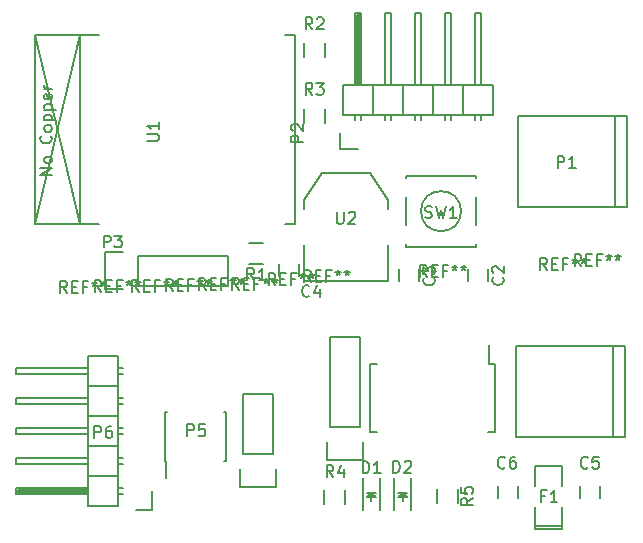
<source format=gbr>
G04 #@! TF.FileFunction,Legend,Top*
%FSLAX46Y46*%
G04 Gerber Fmt 4.6, Leading zero omitted, Abs format (unit mm)*
G04 Created by KiCad (PCBNEW 4.0.4-stable) date 10/15/16 21:45:22*
%MOMM*%
%LPD*%
G01*
G04 APERTURE LIST*
%ADD10C,0.100000*%
%ADD11C,0.150000*%
%ADD12C,0.152400*%
G04 APERTURE END LIST*
D10*
D11*
X165752780Y-119369840D02*
X165752780Y-111668560D01*
X166753540Y-119369840D02*
X166753540Y-111668560D01*
X166753540Y-111668560D02*
X157553660Y-111668560D01*
X157553660Y-111668560D02*
X157553660Y-119369840D01*
X157553660Y-119369840D02*
X166753540Y-119369840D01*
X136956800Y-120751600D02*
X136956800Y-115671600D01*
X136956800Y-115671600D02*
X134416800Y-115671600D01*
X134416800Y-115671600D02*
X134416800Y-120751600D01*
X134136800Y-123571600D02*
X134136800Y-122021600D01*
X134416800Y-120751600D02*
X136956800Y-120751600D01*
X137236800Y-122021600D02*
X137236800Y-123571600D01*
X137236800Y-123571600D02*
X134136800Y-123571600D01*
X155794600Y-113152200D02*
X155219600Y-113152200D01*
X155794600Y-118902200D02*
X155144600Y-118902200D01*
X145144600Y-118902200D02*
X145794600Y-118902200D01*
X145144600Y-113152200D02*
X145794600Y-113152200D01*
X155794600Y-113152200D02*
X155794600Y-118902200D01*
X145144600Y-113152200D02*
X145144600Y-118902200D01*
X155219600Y-113152200D02*
X155219600Y-111552200D01*
X144322800Y-118516400D02*
X144322800Y-110896400D01*
X141782800Y-118516400D02*
X141782800Y-110896400D01*
X141502800Y-121336400D02*
X141502800Y-119786400D01*
X144322800Y-110896400D02*
X141782800Y-110896400D01*
X141782800Y-118516400D02*
X144322800Y-118516400D01*
X144602800Y-119786400D02*
X144602800Y-121336400D01*
X144602800Y-121336400D02*
X141502800Y-121336400D01*
D12*
X116790000Y-101330000D02*
X116790000Y-85330000D01*
X116790000Y-85330000D02*
X122190000Y-85330000D01*
X116790000Y-101330000D02*
X122190000Y-101330000D01*
X137990000Y-101330000D02*
X138790000Y-101330000D01*
X138790000Y-101330000D02*
X138790000Y-85330000D01*
X138790000Y-85330000D02*
X137990000Y-85330000D01*
X116790000Y-85330000D02*
X120590000Y-101330000D01*
X116790000Y-101330000D02*
X120590000Y-85330000D01*
X120590000Y-101338000D02*
X120590000Y-85338000D01*
D11*
X165905180Y-99862640D02*
X165905180Y-92161360D01*
X166905940Y-99862640D02*
X166905940Y-92161360D01*
X166905940Y-92161360D02*
X157706060Y-92161360D01*
X157706060Y-92161360D02*
X157706060Y-99862640D01*
X157706060Y-99862640D02*
X166905940Y-99862640D01*
X155129600Y-106164000D02*
X155129600Y-105164000D01*
X153429600Y-105164000D02*
X153429600Y-106164000D01*
X147587600Y-105164000D02*
X147587600Y-106164000D01*
X149287600Y-106164000D02*
X149287600Y-105164000D01*
X137427600Y-104706800D02*
X137427600Y-105706800D01*
X139127600Y-105706800D02*
X139127600Y-104706800D01*
X134934400Y-102960200D02*
X136134400Y-102960200D01*
X136134400Y-104710200D02*
X134934400Y-104710200D01*
X141337000Y-86014000D02*
X141337000Y-87214000D01*
X139587000Y-87214000D02*
X139587000Y-86014000D01*
X139587000Y-92802000D02*
X139587000Y-91602000D01*
X141337000Y-91602000D02*
X141337000Y-92802000D01*
X148180800Y-103228400D02*
X148180800Y-103028400D01*
X148180800Y-97228400D02*
X148180800Y-97428400D01*
X154180800Y-97228400D02*
X154180800Y-97428400D01*
X154180800Y-103228400D02*
X154180800Y-103028400D01*
X154180800Y-101428400D02*
X154180800Y-99028400D01*
X148180800Y-101428400D02*
X148180800Y-99028400D01*
X148180800Y-103228400D02*
X154180800Y-103228400D01*
X154180800Y-97228400D02*
X148180800Y-97228400D01*
X152880800Y-100228400D02*
G75*
G03X152880800Y-100228400I-1700000J0D01*
G01*
X139573000Y-103124000D02*
X139573000Y-106172000D01*
X139573000Y-106172000D02*
X146685000Y-106172000D01*
X146685000Y-106172000D02*
X146685000Y-103124000D01*
X139573000Y-100076000D02*
X139573000Y-99314000D01*
X139573000Y-99314000D02*
X141097000Y-97028000D01*
X141097000Y-97028000D02*
X145161000Y-97028000D01*
X145161000Y-97028000D02*
X146685000Y-99314000D01*
X146685000Y-99314000D02*
X146685000Y-100076000D01*
X125526800Y-106527600D02*
X133146800Y-106527600D01*
X125526800Y-103987600D02*
X133146800Y-103987600D01*
X122706800Y-103707600D02*
X124256800Y-103707600D01*
X133146800Y-106527600D02*
X133146800Y-103987600D01*
X125526800Y-103987600D02*
X125526800Y-106527600D01*
X124256800Y-106807600D02*
X122706800Y-106807600D01*
X122706800Y-106807600D02*
X122706800Y-103707600D01*
X162980000Y-123502800D02*
X162980000Y-124502800D01*
X164680000Y-124502800D02*
X164680000Y-123502800D01*
X155969600Y-123502800D02*
X155969600Y-124502800D01*
X157669600Y-124502800D02*
X157669600Y-123502800D01*
X159131000Y-126898400D02*
X159131000Y-127152400D01*
X159131000Y-127152400D02*
X161417000Y-127152400D01*
X161417000Y-127152400D02*
X161417000Y-126898400D01*
X159131000Y-126898400D02*
X161417000Y-126898400D01*
X161417000Y-126898400D02*
X161417000Y-125247400D01*
X159131000Y-123469400D02*
X159131000Y-121818400D01*
X159131000Y-121818400D02*
X161417000Y-121818400D01*
X161417000Y-121818400D02*
X161417000Y-123469400D01*
X159131000Y-125247400D02*
X159131000Y-126898400D01*
X143064200Y-123860000D02*
X143064200Y-125060000D01*
X141314200Y-125060000D02*
X141314200Y-123860000D01*
X152614600Y-123758400D02*
X152614600Y-124958400D01*
X150864600Y-124958400D02*
X150864600Y-123758400D01*
X144538000Y-122809200D02*
X144538000Y-125509200D01*
X146038000Y-122809200D02*
X146038000Y-125509200D01*
X145138000Y-124309200D02*
X145388000Y-124309200D01*
X145388000Y-124309200D02*
X145238000Y-124159200D01*
X145638000Y-124059200D02*
X144938000Y-124059200D01*
X145288000Y-124409200D02*
X145288000Y-124759200D01*
X145288000Y-124059200D02*
X145638000Y-124409200D01*
X145638000Y-124409200D02*
X144938000Y-124409200D01*
X144938000Y-124409200D02*
X145288000Y-124059200D01*
X147179600Y-122809200D02*
X147179600Y-125509200D01*
X148679600Y-122809200D02*
X148679600Y-125509200D01*
X147779600Y-124309200D02*
X148029600Y-124309200D01*
X148029600Y-124309200D02*
X147879600Y-124159200D01*
X148279600Y-124059200D02*
X147579600Y-124059200D01*
X147929600Y-124409200D02*
X147929600Y-124759200D01*
X147929600Y-124059200D02*
X148279600Y-124409200D01*
X148279600Y-124409200D02*
X147579600Y-124409200D01*
X147579600Y-124409200D02*
X147929600Y-124059200D01*
X127828600Y-121404200D02*
X127878600Y-121404200D01*
X127828600Y-117254200D02*
X127973600Y-117254200D01*
X132978600Y-117254200D02*
X132833600Y-117254200D01*
X132978600Y-121404200D02*
X132833600Y-121404200D01*
X127828600Y-121404200D02*
X127828600Y-117254200D01*
X132978600Y-121404200D02*
X132978600Y-117254200D01*
X127878600Y-121404200D02*
X127878600Y-122804200D01*
X142620400Y-94924400D02*
X144170400Y-94924400D01*
X142620400Y-93624400D02*
X142620400Y-94924400D01*
X144043400Y-89433400D02*
X144043400Y-83591400D01*
X144043400Y-83591400D02*
X144297400Y-83591400D01*
X144297400Y-83591400D02*
X144297400Y-89433400D01*
X144297400Y-89433400D02*
X144170400Y-89433400D01*
X144170400Y-89433400D02*
X144170400Y-83591400D01*
X143916400Y-92100400D02*
X143916400Y-92481400D01*
X144424400Y-92100400D02*
X144424400Y-92481400D01*
X146456400Y-92100400D02*
X146456400Y-92481400D01*
X146964400Y-92100400D02*
X146964400Y-92481400D01*
X148996400Y-92100400D02*
X148996400Y-92481400D01*
X149504400Y-92100400D02*
X149504400Y-92481400D01*
X151536400Y-92100400D02*
X151536400Y-92481400D01*
X152044400Y-92100400D02*
X152044400Y-92481400D01*
X154584400Y-92100400D02*
X154584400Y-92481400D01*
X154076400Y-92100400D02*
X154076400Y-92481400D01*
X145440400Y-89560400D02*
X142900400Y-89560400D01*
X144424400Y-83464400D02*
X144424400Y-89560400D01*
X143916400Y-83464400D02*
X144424400Y-83464400D01*
X143916400Y-89560400D02*
X143916400Y-83464400D01*
X145440400Y-92100400D02*
X145440400Y-89560400D01*
X142900400Y-92100400D02*
X145440400Y-92100400D01*
X142900400Y-92100400D02*
X142900400Y-89560400D01*
X147980400Y-92100400D02*
X147980400Y-89560400D01*
X147980400Y-92100400D02*
X150520400Y-92100400D01*
X150520400Y-92100400D02*
X150520400Y-89560400D01*
X148996400Y-89560400D02*
X148996400Y-83464400D01*
X148996400Y-83464400D02*
X149504400Y-83464400D01*
X149504400Y-83464400D02*
X149504400Y-89560400D01*
X150520400Y-89560400D02*
X147980400Y-89560400D01*
X147980400Y-89560400D02*
X145440400Y-89560400D01*
X146964400Y-83464400D02*
X146964400Y-89560400D01*
X146456400Y-83464400D02*
X146964400Y-83464400D01*
X146456400Y-89560400D02*
X146456400Y-83464400D01*
X147980400Y-92100400D02*
X147980400Y-89560400D01*
X145440400Y-92100400D02*
X147980400Y-92100400D01*
X145440400Y-92100400D02*
X145440400Y-89560400D01*
X153060400Y-92100400D02*
X153060400Y-89560400D01*
X153060400Y-92100400D02*
X155600400Y-92100400D01*
X155600400Y-92100400D02*
X155600400Y-89560400D01*
X154076400Y-89560400D02*
X154076400Y-83464400D01*
X154076400Y-83464400D02*
X154584400Y-83464400D01*
X154584400Y-83464400D02*
X154584400Y-89560400D01*
X155600400Y-89560400D02*
X153060400Y-89560400D01*
X153060400Y-89560400D02*
X150520400Y-89560400D01*
X152044400Y-83464400D02*
X152044400Y-89560400D01*
X151536400Y-83464400D02*
X152044400Y-83464400D01*
X151536400Y-89560400D02*
X151536400Y-83464400D01*
X153060400Y-92100400D02*
X153060400Y-89560400D01*
X150520400Y-92100400D02*
X153060400Y-92100400D01*
X150520400Y-92100400D02*
X150520400Y-89560400D01*
X126674400Y-125502000D02*
X126674400Y-123952000D01*
X125374400Y-125502000D02*
X126674400Y-125502000D01*
X121183400Y-124079000D02*
X115341400Y-124079000D01*
X115341400Y-124079000D02*
X115341400Y-123825000D01*
X115341400Y-123825000D02*
X121183400Y-123825000D01*
X121183400Y-123825000D02*
X121183400Y-123952000D01*
X121183400Y-123952000D02*
X115341400Y-123952000D01*
X123850400Y-124206000D02*
X124231400Y-124206000D01*
X123850400Y-123698000D02*
X124231400Y-123698000D01*
X123850400Y-121666000D02*
X124231400Y-121666000D01*
X123850400Y-121158000D02*
X124231400Y-121158000D01*
X123850400Y-119126000D02*
X124231400Y-119126000D01*
X123850400Y-118618000D02*
X124231400Y-118618000D01*
X123850400Y-116586000D02*
X124231400Y-116586000D01*
X123850400Y-116078000D02*
X124231400Y-116078000D01*
X123850400Y-113538000D02*
X124231400Y-113538000D01*
X123850400Y-114046000D02*
X124231400Y-114046000D01*
X121310400Y-122682000D02*
X121310400Y-125222000D01*
X115214400Y-123698000D02*
X121310400Y-123698000D01*
X115214400Y-124206000D02*
X115214400Y-123698000D01*
X121310400Y-124206000D02*
X115214400Y-124206000D01*
X123850400Y-122682000D02*
X121310400Y-122682000D01*
X123850400Y-125222000D02*
X123850400Y-122682000D01*
X123850400Y-125222000D02*
X121310400Y-125222000D01*
X123850400Y-120142000D02*
X121310400Y-120142000D01*
X123850400Y-120142000D02*
X123850400Y-117602000D01*
X123850400Y-117602000D02*
X121310400Y-117602000D01*
X121310400Y-119126000D02*
X115214400Y-119126000D01*
X115214400Y-119126000D02*
X115214400Y-118618000D01*
X115214400Y-118618000D02*
X121310400Y-118618000D01*
X121310400Y-117602000D02*
X121310400Y-120142000D01*
X121310400Y-120142000D02*
X121310400Y-122682000D01*
X115214400Y-121158000D02*
X121310400Y-121158000D01*
X115214400Y-121666000D02*
X115214400Y-121158000D01*
X121310400Y-121666000D02*
X115214400Y-121666000D01*
X123850400Y-120142000D02*
X121310400Y-120142000D01*
X123850400Y-122682000D02*
X123850400Y-120142000D01*
X123850400Y-122682000D02*
X121310400Y-122682000D01*
X123850400Y-115062000D02*
X121310400Y-115062000D01*
X123850400Y-115062000D02*
X123850400Y-112522000D01*
X123850400Y-112522000D02*
X121310400Y-112522000D01*
X121310400Y-114046000D02*
X115214400Y-114046000D01*
X115214400Y-114046000D02*
X115214400Y-113538000D01*
X115214400Y-113538000D02*
X121310400Y-113538000D01*
X121310400Y-112522000D02*
X121310400Y-115062000D01*
X121310400Y-115062000D02*
X121310400Y-117602000D01*
X115214400Y-116078000D02*
X121310400Y-116078000D01*
X115214400Y-116586000D02*
X115214400Y-116078000D01*
X121310400Y-116586000D02*
X115214400Y-116586000D01*
X123850400Y-115062000D02*
X121310400Y-115062000D01*
X123850400Y-117602000D02*
X123850400Y-115062000D01*
X123850400Y-117602000D02*
X121310400Y-117602000D01*
X126299981Y-94284705D02*
X127109505Y-94284705D01*
X127204743Y-94237086D01*
X127252362Y-94189467D01*
X127299981Y-94094229D01*
X127299981Y-93903752D01*
X127252362Y-93808514D01*
X127204743Y-93760895D01*
X127109505Y-93713276D01*
X126299981Y-93713276D01*
X127299981Y-92713276D02*
X127299981Y-93284705D01*
X127299981Y-92998991D02*
X126299981Y-92998991D01*
X126442838Y-93094229D01*
X126538076Y-93189467D01*
X126585695Y-93284705D01*
X118242381Y-97152286D02*
X117242381Y-97152286D01*
X118242381Y-96580857D01*
X117242381Y-96580857D01*
X118242381Y-95961810D02*
X118194762Y-96057048D01*
X118147143Y-96104667D01*
X118051905Y-96152286D01*
X117766190Y-96152286D01*
X117670952Y-96104667D01*
X117623333Y-96057048D01*
X117575714Y-95961810D01*
X117575714Y-95818952D01*
X117623333Y-95723714D01*
X117670952Y-95676095D01*
X117766190Y-95628476D01*
X118051905Y-95628476D01*
X118147143Y-95676095D01*
X118194762Y-95723714D01*
X118242381Y-95818952D01*
X118242381Y-95961810D01*
X118147143Y-93866571D02*
X118194762Y-93914190D01*
X118242381Y-94057047D01*
X118242381Y-94152285D01*
X118194762Y-94295143D01*
X118099524Y-94390381D01*
X118004286Y-94438000D01*
X117813810Y-94485619D01*
X117670952Y-94485619D01*
X117480476Y-94438000D01*
X117385238Y-94390381D01*
X117290000Y-94295143D01*
X117242381Y-94152285D01*
X117242381Y-94057047D01*
X117290000Y-93914190D01*
X117337619Y-93866571D01*
X118242381Y-93295143D02*
X118194762Y-93390381D01*
X118147143Y-93438000D01*
X118051905Y-93485619D01*
X117766190Y-93485619D01*
X117670952Y-93438000D01*
X117623333Y-93390381D01*
X117575714Y-93295143D01*
X117575714Y-93152285D01*
X117623333Y-93057047D01*
X117670952Y-93009428D01*
X117766190Y-92961809D01*
X118051905Y-92961809D01*
X118147143Y-93009428D01*
X118194762Y-93057047D01*
X118242381Y-93152285D01*
X118242381Y-93295143D01*
X117575714Y-92533238D02*
X118575714Y-92533238D01*
X117623333Y-92533238D02*
X117575714Y-92438000D01*
X117575714Y-92247523D01*
X117623333Y-92152285D01*
X117670952Y-92104666D01*
X117766190Y-92057047D01*
X118051905Y-92057047D01*
X118147143Y-92104666D01*
X118194762Y-92152285D01*
X118242381Y-92247523D01*
X118242381Y-92438000D01*
X118194762Y-92533238D01*
X117575714Y-91628476D02*
X118575714Y-91628476D01*
X117623333Y-91628476D02*
X117575714Y-91533238D01*
X117575714Y-91342761D01*
X117623333Y-91247523D01*
X117670952Y-91199904D01*
X117766190Y-91152285D01*
X118051905Y-91152285D01*
X118147143Y-91199904D01*
X118194762Y-91247523D01*
X118242381Y-91342761D01*
X118242381Y-91533238D01*
X118194762Y-91628476D01*
X118194762Y-90342761D02*
X118242381Y-90437999D01*
X118242381Y-90628476D01*
X118194762Y-90723714D01*
X118099524Y-90771333D01*
X117718571Y-90771333D01*
X117623333Y-90723714D01*
X117575714Y-90628476D01*
X117575714Y-90437999D01*
X117623333Y-90342761D01*
X117718571Y-90295142D01*
X117813810Y-90295142D01*
X117909048Y-90771333D01*
X118242381Y-89866571D02*
X117575714Y-89866571D01*
X117766190Y-89866571D02*
X117670952Y-89818952D01*
X117623333Y-89771333D01*
X117575714Y-89676095D01*
X117575714Y-89580856D01*
X161059905Y-96565981D02*
X161059905Y-95565981D01*
X161440858Y-95565981D01*
X161536096Y-95613600D01*
X161583715Y-95661219D01*
X161631334Y-95756457D01*
X161631334Y-95899314D01*
X161583715Y-95994552D01*
X161536096Y-96042171D01*
X161440858Y-96089790D01*
X161059905Y-96089790D01*
X162583715Y-96565981D02*
X162012286Y-96565981D01*
X162298000Y-96565981D02*
X162298000Y-95565981D01*
X162202762Y-95708838D01*
X162107524Y-95804076D01*
X162012286Y-95851695D01*
X156414743Y-105830666D02*
X156462362Y-105878285D01*
X156509981Y-106021142D01*
X156509981Y-106116380D01*
X156462362Y-106259238D01*
X156367124Y-106354476D01*
X156271886Y-106402095D01*
X156081410Y-106449714D01*
X155938552Y-106449714D01*
X155748076Y-106402095D01*
X155652838Y-106354476D01*
X155557600Y-106259238D01*
X155509981Y-106116380D01*
X155509981Y-106021142D01*
X155557600Y-105878285D01*
X155605219Y-105830666D01*
X155605219Y-105449714D02*
X155557600Y-105402095D01*
X155509981Y-105306857D01*
X155509981Y-105068761D01*
X155557600Y-104973523D01*
X155605219Y-104925904D01*
X155700457Y-104878285D01*
X155795695Y-104878285D01*
X155938552Y-104925904D01*
X156509981Y-105497333D01*
X156509981Y-104878285D01*
X150572743Y-105881466D02*
X150620362Y-105929085D01*
X150667981Y-106071942D01*
X150667981Y-106167180D01*
X150620362Y-106310038D01*
X150525124Y-106405276D01*
X150429886Y-106452895D01*
X150239410Y-106500514D01*
X150096552Y-106500514D01*
X149906076Y-106452895D01*
X149810838Y-106405276D01*
X149715600Y-106310038D01*
X149667981Y-106167180D01*
X149667981Y-106071942D01*
X149715600Y-105929085D01*
X149763219Y-105881466D01*
X149667981Y-105548133D02*
X149667981Y-104929085D01*
X150048933Y-105262419D01*
X150048933Y-105119561D01*
X150096552Y-105024323D01*
X150144171Y-104976704D01*
X150239410Y-104929085D01*
X150477505Y-104929085D01*
X150572743Y-104976704D01*
X150620362Y-105024323D01*
X150667981Y-105119561D01*
X150667981Y-105405276D01*
X150620362Y-105500514D01*
X150572743Y-105548133D01*
X140041334Y-107392743D02*
X139993715Y-107440362D01*
X139850858Y-107487981D01*
X139755620Y-107487981D01*
X139612762Y-107440362D01*
X139517524Y-107345124D01*
X139469905Y-107249886D01*
X139422286Y-107059410D01*
X139422286Y-106916552D01*
X139469905Y-106726076D01*
X139517524Y-106630838D01*
X139612762Y-106535600D01*
X139755620Y-106487981D01*
X139850858Y-106487981D01*
X139993715Y-106535600D01*
X140041334Y-106583219D01*
X140898477Y-106821314D02*
X140898477Y-107487981D01*
X140660381Y-106440362D02*
X140422286Y-107154648D01*
X141041334Y-107154648D01*
X135367734Y-106065581D02*
X135034400Y-105589390D01*
X134796305Y-106065581D02*
X134796305Y-105065581D01*
X135177258Y-105065581D01*
X135272496Y-105113200D01*
X135320115Y-105160819D01*
X135367734Y-105256057D01*
X135367734Y-105398914D01*
X135320115Y-105494152D01*
X135272496Y-105541771D01*
X135177258Y-105589390D01*
X134796305Y-105589390D01*
X136320115Y-106065581D02*
X135748686Y-106065581D01*
X136034400Y-106065581D02*
X136034400Y-105065581D01*
X135939162Y-105208438D01*
X135843924Y-105303676D01*
X135748686Y-105351295D01*
X140295334Y-84831181D02*
X139962000Y-84354990D01*
X139723905Y-84831181D02*
X139723905Y-83831181D01*
X140104858Y-83831181D01*
X140200096Y-83878800D01*
X140247715Y-83926419D01*
X140295334Y-84021657D01*
X140295334Y-84164514D01*
X140247715Y-84259752D01*
X140200096Y-84307371D01*
X140104858Y-84354990D01*
X139723905Y-84354990D01*
X140676286Y-83926419D02*
X140723905Y-83878800D01*
X140819143Y-83831181D01*
X141057239Y-83831181D01*
X141152477Y-83878800D01*
X141200096Y-83926419D01*
X141247715Y-84021657D01*
X141247715Y-84116895D01*
X141200096Y-84259752D01*
X140628667Y-84831181D01*
X141247715Y-84831181D01*
X140295334Y-90368381D02*
X139962000Y-89892190D01*
X139723905Y-90368381D02*
X139723905Y-89368381D01*
X140104858Y-89368381D01*
X140200096Y-89416000D01*
X140247715Y-89463619D01*
X140295334Y-89558857D01*
X140295334Y-89701714D01*
X140247715Y-89796952D01*
X140200096Y-89844571D01*
X140104858Y-89892190D01*
X139723905Y-89892190D01*
X140628667Y-89368381D02*
X141247715Y-89368381D01*
X140914381Y-89749333D01*
X141057239Y-89749333D01*
X141152477Y-89796952D01*
X141200096Y-89844571D01*
X141247715Y-89939810D01*
X141247715Y-90177905D01*
X141200096Y-90273143D01*
X141152477Y-90320762D01*
X141057239Y-90368381D01*
X140771524Y-90368381D01*
X140676286Y-90320762D01*
X140628667Y-90273143D01*
X149847467Y-100760162D02*
X149990324Y-100807781D01*
X150228420Y-100807781D01*
X150323658Y-100760162D01*
X150371277Y-100712543D01*
X150418896Y-100617305D01*
X150418896Y-100522067D01*
X150371277Y-100426829D01*
X150323658Y-100379210D01*
X150228420Y-100331590D01*
X150037943Y-100283971D01*
X149942705Y-100236352D01*
X149895086Y-100188733D01*
X149847467Y-100093495D01*
X149847467Y-99998257D01*
X149895086Y-99903019D01*
X149942705Y-99855400D01*
X150037943Y-99807781D01*
X150276039Y-99807781D01*
X150418896Y-99855400D01*
X150752229Y-99807781D02*
X150990324Y-100807781D01*
X151180801Y-100093495D01*
X151371277Y-100807781D01*
X151609372Y-99807781D01*
X152514134Y-100807781D02*
X151942705Y-100807781D01*
X152228419Y-100807781D02*
X152228419Y-99807781D01*
X152133181Y-99950638D01*
X152037943Y-100045876D01*
X151942705Y-100093495D01*
X142367095Y-100290381D02*
X142367095Y-101099905D01*
X142414714Y-101195143D01*
X142462333Y-101242762D01*
X142557571Y-101290381D01*
X142748048Y-101290381D01*
X142843286Y-101242762D01*
X142890905Y-101195143D01*
X142938524Y-101099905D01*
X142938524Y-100290381D01*
X143367095Y-100385619D02*
X143414714Y-100338000D01*
X143509952Y-100290381D01*
X143748048Y-100290381D01*
X143843286Y-100338000D01*
X143890905Y-100385619D01*
X143938524Y-100480857D01*
X143938524Y-100576095D01*
X143890905Y-100718952D01*
X143319476Y-101290381D01*
X143938524Y-101290381D01*
X122629705Y-103296981D02*
X122629705Y-102296981D01*
X123010658Y-102296981D01*
X123105896Y-102344600D01*
X123153515Y-102392219D01*
X123201134Y-102487457D01*
X123201134Y-102630314D01*
X123153515Y-102725552D01*
X123105896Y-102773171D01*
X123010658Y-102820790D01*
X122629705Y-102820790D01*
X123534467Y-102296981D02*
X124153515Y-102296981D01*
X123820181Y-102677933D01*
X123963039Y-102677933D01*
X124058277Y-102725552D01*
X124105896Y-102773171D01*
X124153515Y-102868410D01*
X124153515Y-103106505D01*
X124105896Y-103201743D01*
X124058277Y-103249362D01*
X123963039Y-103296981D01*
X123677324Y-103296981D01*
X123582086Y-103249362D01*
X123534467Y-103201743D01*
X163612534Y-121921543D02*
X163564915Y-121969162D01*
X163422058Y-122016781D01*
X163326820Y-122016781D01*
X163183962Y-121969162D01*
X163088724Y-121873924D01*
X163041105Y-121778686D01*
X162993486Y-121588210D01*
X162993486Y-121445352D01*
X163041105Y-121254876D01*
X163088724Y-121159638D01*
X163183962Y-121064400D01*
X163326820Y-121016781D01*
X163422058Y-121016781D01*
X163564915Y-121064400D01*
X163612534Y-121112019D01*
X164517296Y-121016781D02*
X164041105Y-121016781D01*
X163993486Y-121492971D01*
X164041105Y-121445352D01*
X164136343Y-121397733D01*
X164374439Y-121397733D01*
X164469677Y-121445352D01*
X164517296Y-121492971D01*
X164564915Y-121588210D01*
X164564915Y-121826305D01*
X164517296Y-121921543D01*
X164469677Y-121969162D01*
X164374439Y-122016781D01*
X164136343Y-122016781D01*
X164041105Y-121969162D01*
X163993486Y-121921543D01*
X156602134Y-121921543D02*
X156554515Y-121969162D01*
X156411658Y-122016781D01*
X156316420Y-122016781D01*
X156173562Y-121969162D01*
X156078324Y-121873924D01*
X156030705Y-121778686D01*
X155983086Y-121588210D01*
X155983086Y-121445352D01*
X156030705Y-121254876D01*
X156078324Y-121159638D01*
X156173562Y-121064400D01*
X156316420Y-121016781D01*
X156411658Y-121016781D01*
X156554515Y-121064400D01*
X156602134Y-121112019D01*
X157459277Y-121016781D02*
X157268800Y-121016781D01*
X157173562Y-121064400D01*
X157125943Y-121112019D01*
X157030705Y-121254876D01*
X156983086Y-121445352D01*
X156983086Y-121826305D01*
X157030705Y-121921543D01*
X157078324Y-121969162D01*
X157173562Y-122016781D01*
X157364039Y-122016781D01*
X157459277Y-121969162D01*
X157506896Y-121921543D01*
X157554515Y-121826305D01*
X157554515Y-121588210D01*
X157506896Y-121492971D01*
X157459277Y-121445352D01*
X157364039Y-121397733D01*
X157173562Y-121397733D01*
X157078324Y-121445352D01*
X157030705Y-121492971D01*
X156983086Y-121588210D01*
X159991467Y-124337771D02*
X159658133Y-124337771D01*
X159658133Y-124861581D02*
X159658133Y-123861581D01*
X160134324Y-123861581D01*
X161039086Y-124861581D02*
X160467657Y-124861581D01*
X160753371Y-124861581D02*
X160753371Y-123861581D01*
X160658133Y-124004438D01*
X160562895Y-124099676D01*
X160467657Y-124147295D01*
X142073334Y-122727981D02*
X141740000Y-122251790D01*
X141501905Y-122727981D02*
X141501905Y-121727981D01*
X141882858Y-121727981D01*
X141978096Y-121775600D01*
X142025715Y-121823219D01*
X142073334Y-121918457D01*
X142073334Y-122061314D01*
X142025715Y-122156552D01*
X141978096Y-122204171D01*
X141882858Y-122251790D01*
X141501905Y-122251790D01*
X142930477Y-122061314D02*
X142930477Y-122727981D01*
X142692381Y-121680362D02*
X142454286Y-122394648D01*
X143073334Y-122394648D01*
X153868381Y-124525066D02*
X153392190Y-124858400D01*
X153868381Y-125096495D02*
X152868381Y-125096495D01*
X152868381Y-124715542D01*
X152916000Y-124620304D01*
X152963619Y-124572685D01*
X153058857Y-124525066D01*
X153201714Y-124525066D01*
X153296952Y-124572685D01*
X153344571Y-124620304D01*
X153392190Y-124715542D01*
X153392190Y-125096495D01*
X152868381Y-123620304D02*
X152868381Y-124096495D01*
X153344571Y-124144114D01*
X153296952Y-124096495D01*
X153249333Y-124001257D01*
X153249333Y-123763161D01*
X153296952Y-123667923D01*
X153344571Y-123620304D01*
X153439810Y-123572685D01*
X153677905Y-123572685D01*
X153773143Y-123620304D01*
X153820762Y-123667923D01*
X153868381Y-123763161D01*
X153868381Y-124001257D01*
X153820762Y-124096495D01*
X153773143Y-124144114D01*
X144549905Y-122423181D02*
X144549905Y-121423181D01*
X144788000Y-121423181D01*
X144930858Y-121470800D01*
X145026096Y-121566038D01*
X145073715Y-121661276D01*
X145121334Y-121851752D01*
X145121334Y-121994610D01*
X145073715Y-122185086D01*
X145026096Y-122280324D01*
X144930858Y-122375562D01*
X144788000Y-122423181D01*
X144549905Y-122423181D01*
X146073715Y-122423181D02*
X145502286Y-122423181D01*
X145788000Y-122423181D02*
X145788000Y-121423181D01*
X145692762Y-121566038D01*
X145597524Y-121661276D01*
X145502286Y-121708895D01*
X147140705Y-122372381D02*
X147140705Y-121372381D01*
X147378800Y-121372381D01*
X147521658Y-121420000D01*
X147616896Y-121515238D01*
X147664515Y-121610476D01*
X147712134Y-121800952D01*
X147712134Y-121943810D01*
X147664515Y-122134286D01*
X147616896Y-122229524D01*
X147521658Y-122324762D01*
X147378800Y-122372381D01*
X147140705Y-122372381D01*
X148093086Y-121467619D02*
X148140705Y-121420000D01*
X148235943Y-121372381D01*
X148474039Y-121372381D01*
X148569277Y-121420000D01*
X148616896Y-121467619D01*
X148664515Y-121562857D01*
X148664515Y-121658095D01*
X148616896Y-121800952D01*
X148045467Y-122372381D01*
X148664515Y-122372381D01*
X129716305Y-119273581D02*
X129716305Y-118273581D01*
X130097258Y-118273581D01*
X130192496Y-118321200D01*
X130240115Y-118368819D01*
X130287734Y-118464057D01*
X130287734Y-118606914D01*
X130240115Y-118702152D01*
X130192496Y-118749771D01*
X130097258Y-118797390D01*
X129716305Y-118797390D01*
X131192496Y-118273581D02*
X130716305Y-118273581D01*
X130668686Y-118749771D01*
X130716305Y-118702152D01*
X130811543Y-118654533D01*
X131049639Y-118654533D01*
X131144877Y-118702152D01*
X131192496Y-118749771D01*
X131240115Y-118845010D01*
X131240115Y-119083105D01*
X131192496Y-119178343D01*
X131144877Y-119225962D01*
X131049639Y-119273581D01*
X130811543Y-119273581D01*
X130716305Y-119225962D01*
X130668686Y-119178343D01*
X139522781Y-94362495D02*
X138522781Y-94362495D01*
X138522781Y-93981542D01*
X138570400Y-93886304D01*
X138618019Y-93838685D01*
X138713257Y-93791066D01*
X138856114Y-93791066D01*
X138951352Y-93838685D01*
X138998971Y-93886304D01*
X139046590Y-93981542D01*
X139046590Y-94362495D01*
X138618019Y-93410114D02*
X138570400Y-93362495D01*
X138522781Y-93267257D01*
X138522781Y-93029161D01*
X138570400Y-92933923D01*
X138618019Y-92886304D01*
X138713257Y-92838685D01*
X138808495Y-92838685D01*
X138951352Y-92886304D01*
X139522781Y-93457733D01*
X139522781Y-92838685D01*
X121842305Y-119425981D02*
X121842305Y-118425981D01*
X122223258Y-118425981D01*
X122318496Y-118473600D01*
X122366115Y-118521219D01*
X122413734Y-118616457D01*
X122413734Y-118759314D01*
X122366115Y-118854552D01*
X122318496Y-118902171D01*
X122223258Y-118949790D01*
X121842305Y-118949790D01*
X123270877Y-118425981D02*
X123080400Y-118425981D01*
X122985162Y-118473600D01*
X122937543Y-118521219D01*
X122842305Y-118664076D01*
X122794686Y-118854552D01*
X122794686Y-119235505D01*
X122842305Y-119330743D01*
X122889924Y-119378362D01*
X122985162Y-119425981D01*
X123175639Y-119425981D01*
X123270877Y-119378362D01*
X123318496Y-119330743D01*
X123366115Y-119235505D01*
X123366115Y-118997410D01*
X123318496Y-118902171D01*
X123270877Y-118854552D01*
X123175639Y-118806933D01*
X122985162Y-118806933D01*
X122889924Y-118854552D01*
X122842305Y-118902171D01*
X122794686Y-118997410D01*
X137147467Y-106472381D02*
X136814133Y-105996190D01*
X136576038Y-106472381D02*
X136576038Y-105472381D01*
X136956991Y-105472381D01*
X137052229Y-105520000D01*
X137099848Y-105567619D01*
X137147467Y-105662857D01*
X137147467Y-105805714D01*
X137099848Y-105900952D01*
X137052229Y-105948571D01*
X136956991Y-105996190D01*
X136576038Y-105996190D01*
X137576038Y-105948571D02*
X137909372Y-105948571D01*
X138052229Y-106472381D02*
X137576038Y-106472381D01*
X137576038Y-105472381D01*
X138052229Y-105472381D01*
X138814134Y-105948571D02*
X138480800Y-105948571D01*
X138480800Y-106472381D02*
X138480800Y-105472381D01*
X138956991Y-105472381D01*
X139480800Y-105472381D02*
X139480800Y-105710476D01*
X139242705Y-105615238D02*
X139480800Y-105710476D01*
X139718896Y-105615238D01*
X139337943Y-105900952D02*
X139480800Y-105710476D01*
X139623658Y-105900952D01*
X140242705Y-105472381D02*
X140242705Y-105710476D01*
X140004610Y-105615238D02*
X140242705Y-105710476D01*
X140480801Y-105615238D01*
X140099848Y-105900952D02*
X140242705Y-105710476D01*
X140385563Y-105900952D01*
X134048667Y-106878781D02*
X133715333Y-106402590D01*
X133477238Y-106878781D02*
X133477238Y-105878781D01*
X133858191Y-105878781D01*
X133953429Y-105926400D01*
X134001048Y-105974019D01*
X134048667Y-106069257D01*
X134048667Y-106212114D01*
X134001048Y-106307352D01*
X133953429Y-106354971D01*
X133858191Y-106402590D01*
X133477238Y-106402590D01*
X134477238Y-106354971D02*
X134810572Y-106354971D01*
X134953429Y-106878781D02*
X134477238Y-106878781D01*
X134477238Y-105878781D01*
X134953429Y-105878781D01*
X135715334Y-106354971D02*
X135382000Y-106354971D01*
X135382000Y-106878781D02*
X135382000Y-105878781D01*
X135858191Y-105878781D01*
X136382000Y-105878781D02*
X136382000Y-106116876D01*
X136143905Y-106021638D02*
X136382000Y-106116876D01*
X136620096Y-106021638D01*
X136239143Y-106307352D02*
X136382000Y-106116876D01*
X136524858Y-106307352D01*
X137143905Y-105878781D02*
X137143905Y-106116876D01*
X136905810Y-106021638D02*
X137143905Y-106116876D01*
X137382001Y-106021638D01*
X137001048Y-106307352D02*
X137143905Y-106116876D01*
X137286763Y-106307352D01*
X131254667Y-106929581D02*
X130921333Y-106453390D01*
X130683238Y-106929581D02*
X130683238Y-105929581D01*
X131064191Y-105929581D01*
X131159429Y-105977200D01*
X131207048Y-106024819D01*
X131254667Y-106120057D01*
X131254667Y-106262914D01*
X131207048Y-106358152D01*
X131159429Y-106405771D01*
X131064191Y-106453390D01*
X130683238Y-106453390D01*
X131683238Y-106405771D02*
X132016572Y-106405771D01*
X132159429Y-106929581D02*
X131683238Y-106929581D01*
X131683238Y-105929581D01*
X132159429Y-105929581D01*
X132921334Y-106405771D02*
X132588000Y-106405771D01*
X132588000Y-106929581D02*
X132588000Y-105929581D01*
X133064191Y-105929581D01*
X133588000Y-105929581D02*
X133588000Y-106167676D01*
X133349905Y-106072438D02*
X133588000Y-106167676D01*
X133826096Y-106072438D01*
X133445143Y-106358152D02*
X133588000Y-106167676D01*
X133730858Y-106358152D01*
X134349905Y-105929581D02*
X134349905Y-106167676D01*
X134111810Y-106072438D02*
X134349905Y-106167676D01*
X134588001Y-106072438D01*
X134207048Y-106358152D02*
X134349905Y-106167676D01*
X134492763Y-106358152D01*
X128460667Y-106980381D02*
X128127333Y-106504190D01*
X127889238Y-106980381D02*
X127889238Y-105980381D01*
X128270191Y-105980381D01*
X128365429Y-106028000D01*
X128413048Y-106075619D01*
X128460667Y-106170857D01*
X128460667Y-106313714D01*
X128413048Y-106408952D01*
X128365429Y-106456571D01*
X128270191Y-106504190D01*
X127889238Y-106504190D01*
X128889238Y-106456571D02*
X129222572Y-106456571D01*
X129365429Y-106980381D02*
X128889238Y-106980381D01*
X128889238Y-105980381D01*
X129365429Y-105980381D01*
X130127334Y-106456571D02*
X129794000Y-106456571D01*
X129794000Y-106980381D02*
X129794000Y-105980381D01*
X130270191Y-105980381D01*
X130794000Y-105980381D02*
X130794000Y-106218476D01*
X130555905Y-106123238D02*
X130794000Y-106218476D01*
X131032096Y-106123238D01*
X130651143Y-106408952D02*
X130794000Y-106218476D01*
X130936858Y-106408952D01*
X131555905Y-105980381D02*
X131555905Y-106218476D01*
X131317810Y-106123238D02*
X131555905Y-106218476D01*
X131794001Y-106123238D01*
X131413048Y-106408952D02*
X131555905Y-106218476D01*
X131698763Y-106408952D01*
X125615867Y-107081981D02*
X125282533Y-106605790D01*
X125044438Y-107081981D02*
X125044438Y-106081981D01*
X125425391Y-106081981D01*
X125520629Y-106129600D01*
X125568248Y-106177219D01*
X125615867Y-106272457D01*
X125615867Y-106415314D01*
X125568248Y-106510552D01*
X125520629Y-106558171D01*
X125425391Y-106605790D01*
X125044438Y-106605790D01*
X126044438Y-106558171D02*
X126377772Y-106558171D01*
X126520629Y-107081981D02*
X126044438Y-107081981D01*
X126044438Y-106081981D01*
X126520629Y-106081981D01*
X127282534Y-106558171D02*
X126949200Y-106558171D01*
X126949200Y-107081981D02*
X126949200Y-106081981D01*
X127425391Y-106081981D01*
X127949200Y-106081981D02*
X127949200Y-106320076D01*
X127711105Y-106224838D02*
X127949200Y-106320076D01*
X128187296Y-106224838D01*
X127806343Y-106510552D02*
X127949200Y-106320076D01*
X128092058Y-106510552D01*
X128711105Y-106081981D02*
X128711105Y-106320076D01*
X128473010Y-106224838D02*
X128711105Y-106320076D01*
X128949201Y-106224838D01*
X128568248Y-106510552D02*
X128711105Y-106320076D01*
X128853963Y-106510552D01*
X122415467Y-107081981D02*
X122082133Y-106605790D01*
X121844038Y-107081981D02*
X121844038Y-106081981D01*
X122224991Y-106081981D01*
X122320229Y-106129600D01*
X122367848Y-106177219D01*
X122415467Y-106272457D01*
X122415467Y-106415314D01*
X122367848Y-106510552D01*
X122320229Y-106558171D01*
X122224991Y-106605790D01*
X121844038Y-106605790D01*
X122844038Y-106558171D02*
X123177372Y-106558171D01*
X123320229Y-107081981D02*
X122844038Y-107081981D01*
X122844038Y-106081981D01*
X123320229Y-106081981D01*
X124082134Y-106558171D02*
X123748800Y-106558171D01*
X123748800Y-107081981D02*
X123748800Y-106081981D01*
X124224991Y-106081981D01*
X124748800Y-106081981D02*
X124748800Y-106320076D01*
X124510705Y-106224838D02*
X124748800Y-106320076D01*
X124986896Y-106224838D01*
X124605943Y-106510552D02*
X124748800Y-106320076D01*
X124891658Y-106510552D01*
X125510705Y-106081981D02*
X125510705Y-106320076D01*
X125272610Y-106224838D02*
X125510705Y-106320076D01*
X125748801Y-106224838D01*
X125367848Y-106510552D02*
X125510705Y-106320076D01*
X125653563Y-106510552D01*
X119519867Y-107132781D02*
X119186533Y-106656590D01*
X118948438Y-107132781D02*
X118948438Y-106132781D01*
X119329391Y-106132781D01*
X119424629Y-106180400D01*
X119472248Y-106228019D01*
X119519867Y-106323257D01*
X119519867Y-106466114D01*
X119472248Y-106561352D01*
X119424629Y-106608971D01*
X119329391Y-106656590D01*
X118948438Y-106656590D01*
X119948438Y-106608971D02*
X120281772Y-106608971D01*
X120424629Y-107132781D02*
X119948438Y-107132781D01*
X119948438Y-106132781D01*
X120424629Y-106132781D01*
X121186534Y-106608971D02*
X120853200Y-106608971D01*
X120853200Y-107132781D02*
X120853200Y-106132781D01*
X121329391Y-106132781D01*
X121853200Y-106132781D02*
X121853200Y-106370876D01*
X121615105Y-106275638D02*
X121853200Y-106370876D01*
X122091296Y-106275638D01*
X121710343Y-106561352D02*
X121853200Y-106370876D01*
X121996058Y-106561352D01*
X122615105Y-106132781D02*
X122615105Y-106370876D01*
X122377010Y-106275638D02*
X122615105Y-106370876D01*
X122853201Y-106275638D01*
X122472248Y-106561352D02*
X122615105Y-106370876D01*
X122757963Y-106561352D01*
X140144667Y-106218381D02*
X139811333Y-105742190D01*
X139573238Y-106218381D02*
X139573238Y-105218381D01*
X139954191Y-105218381D01*
X140049429Y-105266000D01*
X140097048Y-105313619D01*
X140144667Y-105408857D01*
X140144667Y-105551714D01*
X140097048Y-105646952D01*
X140049429Y-105694571D01*
X139954191Y-105742190D01*
X139573238Y-105742190D01*
X140573238Y-105694571D02*
X140906572Y-105694571D01*
X141049429Y-106218381D02*
X140573238Y-106218381D01*
X140573238Y-105218381D01*
X141049429Y-105218381D01*
X141811334Y-105694571D02*
X141478000Y-105694571D01*
X141478000Y-106218381D02*
X141478000Y-105218381D01*
X141954191Y-105218381D01*
X142478000Y-105218381D02*
X142478000Y-105456476D01*
X142239905Y-105361238D02*
X142478000Y-105456476D01*
X142716096Y-105361238D01*
X142335143Y-105646952D02*
X142478000Y-105456476D01*
X142620858Y-105646952D01*
X143239905Y-105218381D02*
X143239905Y-105456476D01*
X143001810Y-105361238D02*
X143239905Y-105456476D01*
X143478001Y-105361238D01*
X143097048Y-105646952D02*
X143239905Y-105456476D01*
X143382763Y-105646952D01*
X163055467Y-104897581D02*
X162722133Y-104421390D01*
X162484038Y-104897581D02*
X162484038Y-103897581D01*
X162864991Y-103897581D01*
X162960229Y-103945200D01*
X163007848Y-103992819D01*
X163055467Y-104088057D01*
X163055467Y-104230914D01*
X163007848Y-104326152D01*
X162960229Y-104373771D01*
X162864991Y-104421390D01*
X162484038Y-104421390D01*
X163484038Y-104373771D02*
X163817372Y-104373771D01*
X163960229Y-104897581D02*
X163484038Y-104897581D01*
X163484038Y-103897581D01*
X163960229Y-103897581D01*
X164722134Y-104373771D02*
X164388800Y-104373771D01*
X164388800Y-104897581D02*
X164388800Y-103897581D01*
X164864991Y-103897581D01*
X165388800Y-103897581D02*
X165388800Y-104135676D01*
X165150705Y-104040438D02*
X165388800Y-104135676D01*
X165626896Y-104040438D01*
X165245943Y-104326152D02*
X165388800Y-104135676D01*
X165531658Y-104326152D01*
X166150705Y-103897581D02*
X166150705Y-104135676D01*
X165912610Y-104040438D02*
X166150705Y-104135676D01*
X166388801Y-104040438D01*
X166007848Y-104326152D02*
X166150705Y-104135676D01*
X166293563Y-104326152D01*
X160159867Y-105202381D02*
X159826533Y-104726190D01*
X159588438Y-105202381D02*
X159588438Y-104202381D01*
X159969391Y-104202381D01*
X160064629Y-104250000D01*
X160112248Y-104297619D01*
X160159867Y-104392857D01*
X160159867Y-104535714D01*
X160112248Y-104630952D01*
X160064629Y-104678571D01*
X159969391Y-104726190D01*
X159588438Y-104726190D01*
X160588438Y-104678571D02*
X160921772Y-104678571D01*
X161064629Y-105202381D02*
X160588438Y-105202381D01*
X160588438Y-104202381D01*
X161064629Y-104202381D01*
X161826534Y-104678571D02*
X161493200Y-104678571D01*
X161493200Y-105202381D02*
X161493200Y-104202381D01*
X161969391Y-104202381D01*
X162493200Y-104202381D02*
X162493200Y-104440476D01*
X162255105Y-104345238D02*
X162493200Y-104440476D01*
X162731296Y-104345238D01*
X162350343Y-104630952D02*
X162493200Y-104440476D01*
X162636058Y-104630952D01*
X163255105Y-104202381D02*
X163255105Y-104440476D01*
X163017010Y-104345238D02*
X163255105Y-104440476D01*
X163493201Y-104345238D01*
X163112248Y-104630952D02*
X163255105Y-104440476D01*
X163397963Y-104630952D01*
X149999867Y-105811981D02*
X149666533Y-105335790D01*
X149428438Y-105811981D02*
X149428438Y-104811981D01*
X149809391Y-104811981D01*
X149904629Y-104859600D01*
X149952248Y-104907219D01*
X149999867Y-105002457D01*
X149999867Y-105145314D01*
X149952248Y-105240552D01*
X149904629Y-105288171D01*
X149809391Y-105335790D01*
X149428438Y-105335790D01*
X150428438Y-105288171D02*
X150761772Y-105288171D01*
X150904629Y-105811981D02*
X150428438Y-105811981D01*
X150428438Y-104811981D01*
X150904629Y-104811981D01*
X151666534Y-105288171D02*
X151333200Y-105288171D01*
X151333200Y-105811981D02*
X151333200Y-104811981D01*
X151809391Y-104811981D01*
X152333200Y-104811981D02*
X152333200Y-105050076D01*
X152095105Y-104954838D02*
X152333200Y-105050076D01*
X152571296Y-104954838D01*
X152190343Y-105240552D02*
X152333200Y-105050076D01*
X152476058Y-105240552D01*
X153095105Y-104811981D02*
X153095105Y-105050076D01*
X152857010Y-104954838D02*
X153095105Y-105050076D01*
X153333201Y-104954838D01*
X152952248Y-105240552D02*
X153095105Y-105050076D01*
X153237963Y-105240552D01*
M02*

</source>
